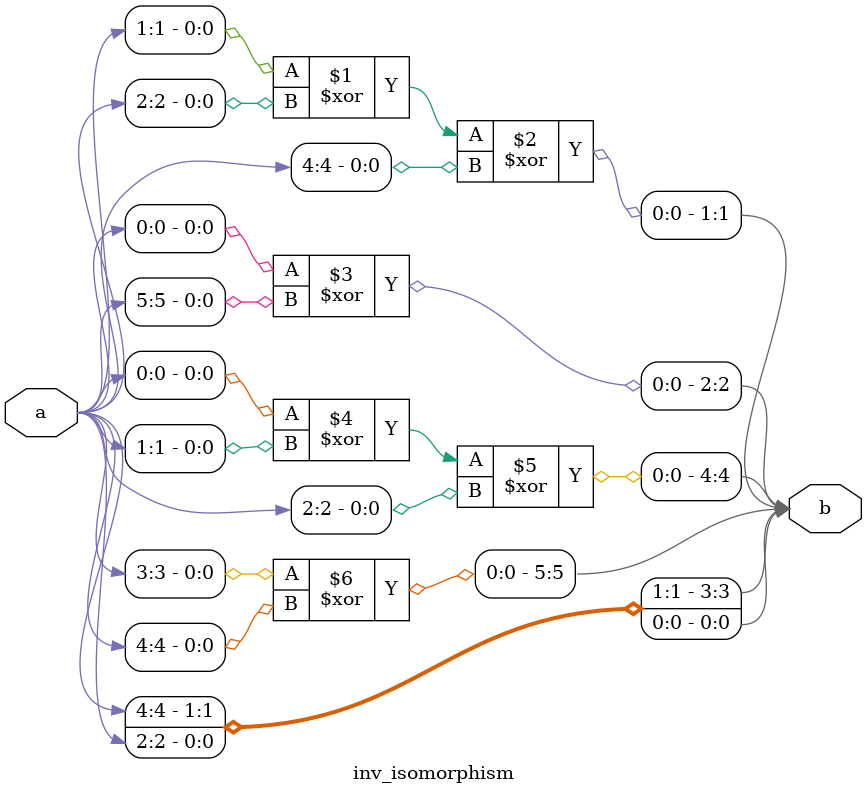
<source format=v>
`timescale 1ns/100ps
module SMS23_5_nn_2_2(x,y);
	 input [5:0] x;
	 output [5:0] y;
	 wire [5:0] w;
	 wire [5:0] p;
	 isomorphism C2 (x,w);
	 power_5 C3 (w,p);
	 inv_isomorphism C4 (p,y);
endmodule

module square_base(a,b);
	 input [1:0] a;
	 output [1:0] b;
	 assign b[0]=a[1];
	 assign b[1]=a[0];
endmodule

module add_base(a,b,c);
	 input [1:0] a;
	 input [1:0] b;
	 output [1:0] c;
	 assign c[0]=a[0]^b[0];
	 assign c[1]=a[1]^b[1];
endmodule

module constant_multiplication_base_0(a,b);
	 input [1:0] a;
	 output [1:0] b;
	 assign b[0]=0;
	 assign b[1]=0;
endmodule

module constant_multiplication_base_1(a,b);
	 input [1:0] a;
	 output [1:0] b;
	 assign b[0]=a[0];
	 assign b[1]=a[1];
endmodule

module constant_multiplication_base_2(a,b);
	 input [1:0] a;
	 output [1:0] b;
	 assign b[0]=a[1];
	 assign b[1]=a[0]^a[1];
endmodule

module constant_multiplication_base_3(a,b);
	 input [1:0] a;
	 output [1:0] b;
	 assign b[0]=a[0]^a[1];
	 assign b[1]=a[0];
endmodule

module multiplication_base(a,b,c);
	 input [1:0] a;
	 input [1:0] b;
	 output [1:0] c;
	 wire t;
	 assign t=(a[0]&b[1])^(a[1]&b[0]);
	 assign c[0]=(a[1]&b[1])^t;
	 assign c[1]=(a[0]&b[0])^t;
endmodule
module power_5(a,b);
	 input [5:0] a;
	 output [5:0] b;
	 wire [1:0] x_0;
	 wire [1:0] x_1;
	 wire [1:0] x_2;
	 wire [1:0] y_0;
	 wire [1:0] y_1;
	 wire [1:0] y_2;
	 wire [1:0] y_3;
	 wire [1:0] y_4;
	 wire [1:0] y_5;
	 wire [1:0] z_00;
	 wire [1:0] z_01;
	 wire [1:0] z_02;
	 wire [1:0] z_03;
	 wire [1:0] z_04;
	 wire [1:0] z_10;
	 wire [1:0] z_11;
	 wire [1:0] z_12;
	 wire [1:0] z_13;
	 wire [1:0] z_14;
	 wire [1:0] z_20;
	 wire [1:0] z_21;
	 wire [1:0] z_22;
	 wire [1:0] z_23;
	 wire [1:0] z_24;
	 wire [1:0] w_00;
	 wire [1:0] w_01;
	 wire [1:0] w_02;
	 wire [1:0] w_03;
	 wire [1:0] w_04;
	 wire [1:0] w_05;
	 wire [1:0] w_10;
	 wire [1:0] w_11;
	 wire [1:0] w_12;
	 wire [1:0] w_13;
	 wire [1:0] w_14;
	 wire [1:0] w_15;
	 wire [1:0] w_20;
	 wire [1:0] w_21;
	 wire [1:0] w_22;
	 wire [1:0] w_23;
	 wire [1:0] w_24;
	 wire [1:0] w_25;
	 assign x_0[0]=a[0];
	 assign x_0[1]=a[1];
	 assign x_1[0]=a[2];
	 assign x_1[1]=a[3];
	 assign x_2[0]=a[4];
	 assign x_2[1]=a[5];
	 square_base A1 (x_0,y_0);
	 square_base A2 (x_1,y_1);
	 square_base A3 (x_2,y_2);
	 multiplication_base A4 (x_0,x_1,y_3);
	 multiplication_base A5 (x_0,x_2,y_4);
	 multiplication_base A6 (x_1,x_2,y_5);
	 constant_multiplication_base_0 MC00 (y_0,w_00);
	 constant_multiplication_base_3 MC01 (y_1,w_01);
	 constant_multiplication_base_3 MC02 (y_2,w_02);
	 constant_multiplication_base_0 MC03 (y_3,w_03);
	 constant_multiplication_base_3 MC04 (y_4,w_04);
	 constant_multiplication_base_0 MC05 (y_5,w_05);
	 constant_multiplication_base_3 MC10 (y_0,w_10);
	 constant_multiplication_base_0 MC11 (y_1,w_11);
	 constant_multiplication_base_3 MC12 (y_2,w_12);
	 constant_multiplication_base_3 MC13 (y_3,w_13);
	 constant_multiplication_base_0 MC14 (y_4,w_14);
	 constant_multiplication_base_0 MC15 (y_5,w_15);
	 constant_multiplication_base_3 MC20 (y_0,w_20);
	 constant_multiplication_base_3 MC21 (y_1,w_21);
	 constant_multiplication_base_0 MC22 (y_2,w_22);
	 constant_multiplication_base_0 MC23 (y_3,w_23);
	 constant_multiplication_base_0 MC24 (y_4,w_24);
	 constant_multiplication_base_3 MC25 (y_5,w_25);
	 add_base B00 (w_00,w_01,z_00);
	 add_base B01 (w_02,w_03,z_01);
	 add_base B02 (w_04,w_05,z_02);
	 add_base B03 (z_00,z_01,z_03);
	 add_base B04 (z_03,z_02,z_04);
	 add_base B10 (w_10,w_11,z_10);
	 add_base B11 (w_12,w_13,z_11);
	 add_base B12 (w_14,w_15,z_12);
	 add_base B13 (z_10,z_11,z_13);
	 add_base B14 (z_13,z_12,z_14);
	 add_base B20 (w_20,w_21,z_20);
	 add_base B21 (w_22,w_23,z_21);
	 add_base B22 (w_24,w_25,z_22);
	 add_base B23 (z_20,z_21,z_23);
	 add_base B24 (z_23,z_22,z_24);
	 assign b[0]=z_04[0];
	 assign b[1]=z_04[1];
	 assign b[2]=z_14[0];
	 assign b[3]=z_14[1];
	 assign b[4]=z_24[0];
	 assign b[5]=z_24[1];
endmodule

module isomorphism(a,b);
	 input [5:0] a;
	 output [5:0] b;
	 assign b[0]=a[4]^a[5];
	 assign b[1]=a[0]^a[1]^a[4]^a[5];
	 assign b[2]=a[5];
	 assign b[3]=a[2]^a[4];
	 assign b[4]=a[1]^a[2]^a[5];
	 assign b[5]=a[0]^a[1]^a[2]^a[3]^a[5];
endmodule

module inv_isomorphism(a,b);
	 input [5:0] a;
	 output [5:0] b;
	 assign b[0]=a[2];
	 assign b[1]=a[1]^a[2]^a[4];
	 assign b[2]=a[0]^a[5];
	 assign b[3]=a[4];
	 assign b[4]=a[0]^a[1]^a[2];
	 assign b[5]=a[3]^a[4];
endmodule


</source>
